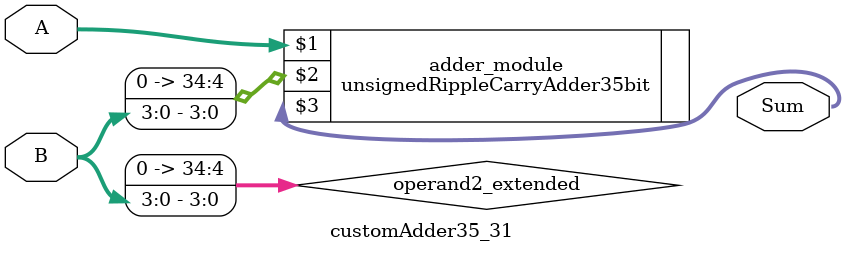
<source format=v>
module customAdder35_31(
                        input [34 : 0] A,
                        input [3 : 0] B,
                        
                        output [35 : 0] Sum
                );

        wire [34 : 0] operand2_extended;
        
        assign operand2_extended =  {31'b0, B};
        
        unsignedRippleCarryAdder35bit adder_module(
            A,
            operand2_extended,
            Sum
        );
        
        endmodule
        
</source>
